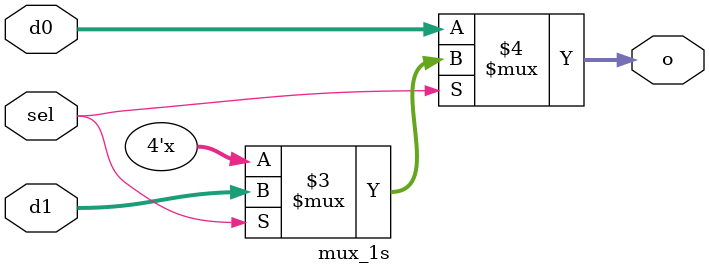
<source format=v>
module mux_1s #(
    parameter w=4
)(
  input  [w-1:0]d0,d1,
  input  sel,
  output [w-1:0]o
);
    assign o=(sel==1'b0) ? d0:
             (sel==1'b1) ? d1:{w{1'bz}};

endmodule
</source>
